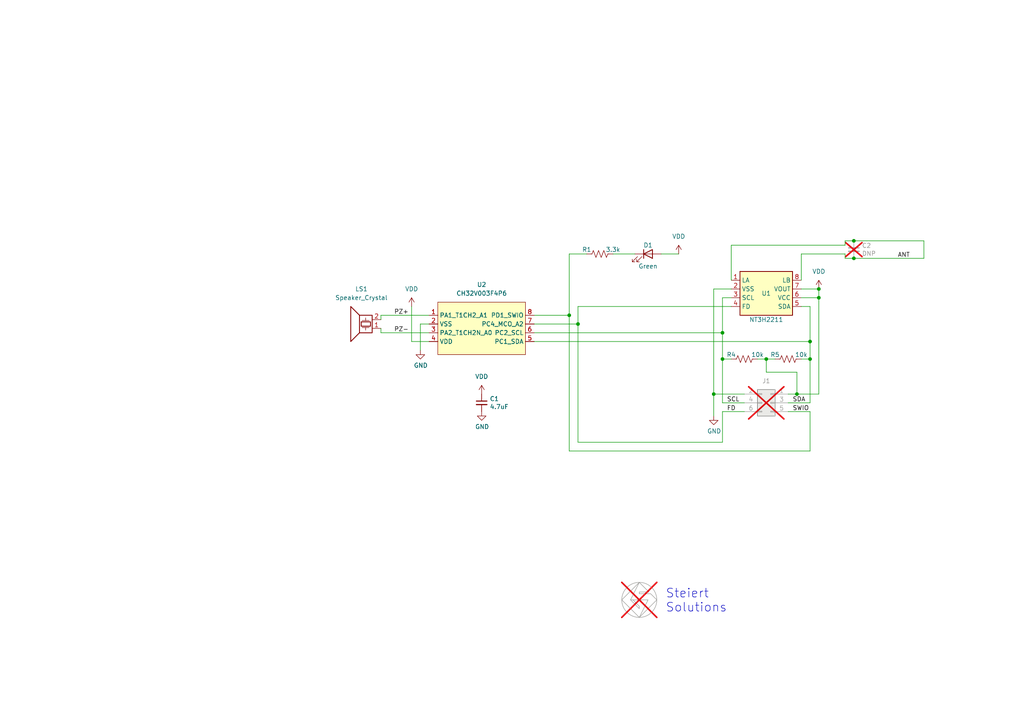
<source format=kicad_sch>
(kicad_sch (version 20231120) (generator "eeschema") (generator_version "8.0")
  (paper "A4")
  (lib_symbols
    (symbol "Connector_Generic:Conn_02x03_Odd_Even" (pin_names (offset 1.016) hide)
      (property "Reference" "J" (at 1.27 5.08 0))
      (property "Value" "Conn_02x03_Odd_Even" (at 1.27 -5.08 0))
      (symbol "Conn_02x03_Odd_Even_1_1"
        (rectangle (start -1.27 -2.413) (end 0 -2.667) (stroke (width 0.1524)))
        (rectangle (start -1.27 0.127) (end 0 -0.127) (stroke (width 0.1524)))
        (rectangle (start -1.27 2.667) (end 0 2.413) (stroke (width 0.1524)))
        (rectangle (start -1.27 3.81) (end 3.81 -3.81) (stroke (width 0.254)) (fill (type background)))
        (rectangle (start 3.81 -2.413) (end 2.54 -2.667) (stroke (width 0.1524)))
        (rectangle (start 3.81 0.127) (end 2.54 -0.127) (stroke (width 0.1524)))
        (rectangle (start 3.81 2.667) (end 2.54 2.413) (stroke (width 0.1524)))
        (pin passive line (at -5.08 2.54 0) (length 3.81) (name "Pin_1") (number "1"))
        (pin passive line (at 7.62 2.54 180) (length 3.81) (name "Pin_2") (number "2"))
        (pin passive line (at -5.08 0 0) (length 3.81) (name "Pin_3") (number "3"))
        (pin passive line (at 7.62 0 180) (length 3.81) (name "Pin_4") (number "4"))
        (pin passive line (at -5.08 -2.54 0) (length 3.81) (name "Pin_5") (number "5"))
        (pin passive line (at 7.62 -2.54 180) (length 3.81) (name "Pin_6") (number "6"))
      )
    )
    (symbol "Device:C_Small" (pin_numbers hide) (pin_names (offset 0.254) hide)
      (property "Reference" "C" (at 0.254 1.778 0))
      (property "Value" "C_Small" (at 0.254 -2.032 0))
      (symbol "C_Small_0_1"
        (polyline (pts (xy -1.524 -0.508) (xy 1.524 -0.508)) (stroke (width 0.3302)))
        (polyline (pts (xy -1.524 0.508) (xy 1.524 0.508)) (stroke (width 0.3048)))
      )
      (symbol "C_Small_1_1"
        (pin passive line (at 0 2.54 270) (length 2.032) (name "~") (number "1"))
        (pin passive line (at 0 -2.54 90) (length 2.032) (name "~") (number "2"))
      )
    )
    (symbol "Device:LED" (pin_numbers hide) (pin_names (offset 1.016) hide)
      (property "Reference" "D" (at 0 2.54 0))
      (property "Value" "LED" (at 0 -2.54 0))
      (symbol "LED_0_1"
        (polyline (pts (xy -1.27 -1.27) (xy -1.27 1.27)) (stroke (width 0.254)))
        (polyline (pts (xy -1.27 0) (xy 1.27 0)))
        (polyline (pts (xy 1.27 -1.27) (xy 1.27 1.27) (xy -1.27 0) (xy 1.27 -1.27)) (stroke (width 0.254)))
        (polyline (pts (xy -3.048 -0.762) (xy -4.572 -2.286) (xy -3.81 -2.286) (xy -4.572 -2.286) (xy -4.572 -1.524)))
        (polyline (pts (xy -1.778 -0.762) (xy -3.302 -2.286) (xy -2.54 -2.286) (xy -3.302 -2.286) (xy -3.302 -1.524)))
      )
      (symbol "LED_1_1"
        (pin passive line (at -3.81 0 0) (length 2.54) (name "K") (number "1"))
        (pin passive line (at 3.81 0 180) (length 2.54) (name "A") (number "2"))
      )
    )
    (symbol "Device:R_US" (pin_numbers hide) (pin_names (offset 0))
      (property "Reference" "R" (at 2.54 0 90))
      (property "Value" "R_US" (at -2.54 0 90))
      (symbol "R_US_0_1"
        (polyline (pts (xy 0 -2.286) (xy 0 -2.54)))
        (polyline (pts (xy 0 2.286) (xy 0 2.54)))
        (polyline (pts (xy 0 -0.762) (xy 1.016 -1.143) (xy 0 -1.524) (xy -1.016 -1.905) (xy 0 -2.286)))
        (polyline (pts (xy 0 0.762) (xy 1.016 0.381) (xy 0 0) (xy -1.016 -0.381) (xy 0 -0.762)))
        (polyline (pts (xy 0 2.286) (xy 1.016 1.905) (xy 0 1.524) (xy -1.016 1.143) (xy 0 0.762)))
      )
      (symbol "R_US_1_1"
        (pin passive line (at 0 3.81 270) (length 1.27) (name "~") (number "1"))
        (pin passive line (at 0 -3.81 90) (length 1.27) (name "~") (number "2"))
      )
    )
    (symbol "Device:Speaker_Crystal" (pin_names (offset 0) hide)
      (property "Reference" "LS" (at 0.635 5.715 0))
      (property "Value" "Speaker_Crystal" (at 0.635 3.81 0))
      (symbol "Speaker_Crystal_0_0"
        (rectangle (start -2.54 1.27) (end 1.143 -3.81) (stroke (width 0.254)))
        (rectangle (start -2.032 -0.635) (end 0.635 -1.905) (stroke (width 0.254)))
        (polyline (pts (xy -1.651 -2.286) (xy 0.381 -2.286)))
        (polyline (pts (xy -1.651 -0.254) (xy 0.381 -0.254)))
        (polyline (pts (xy -0.635 -2.286) (xy -0.635 -3.048)))
        (polyline (pts (xy -0.635 -0.254) (xy -0.635 0.508)))
        (polyline (pts (xy 1.143 1.27) (xy 3.683 3.81) (xy 3.683 -6.35) (xy 1.143 -3.81)) (stroke (width 0.254)))
      )
      (symbol "Speaker_Crystal_1_1"
        (pin input line (at -5.08 0 0) (length 2.54) (name "1") (number "1"))
        (pin input line (at -5.08 -2.54 0) (length 2.54) (name "2") (number "2"))
      )
    )
    (symbol "custom:CH32V003J4M6"
      (property "Reference" "U2" (at 0 5.08 0))
      (property "Value" "CH32V003J4M6" (at 0 2.54 0))
      (symbol "CH32V003J4M6_0_1"
        (rectangle (start -12.7 3.81) (end 12.7 -11.43) (stroke (width 0.1524)) (fill (type background)))
      )
      (symbol "CH32V003J4M6_1_0"
        (pin bidirectional line (at 15.24 0 180) (length 2.54) (name "PD1_SWIO") (number "8"))
      )
      (symbol "CH32V003J4M6_1_1"
        (pin bidirectional line (at -15.24 0 0) (length 2.54) (name "PA1_T1CH2_A1") (number "1"))
        (pin power_in line (at -15.24 -2.54 0) (length 2.54) (name "VSS") (number "2"))
        (pin bidirectional line (at -15.24 -5.08 0) (length 2.54) (name "PA2_T1CH2N_A0") (number "3"))
        (pin power_in line (at -15.24 -7.62 0) (length 2.54) (name "VDD") (number "4"))
        (pin bidirectional line (at 15.24 -7.62 180) (length 2.54) (name "PC1_SDA") (number "5"))
        (pin bidirectional line (at 15.24 -5.08 180) (length 2.54) (name "PC2_SCL") (number "6"))
        (pin bidirectional line (at 15.24 -2.54 180) (length 2.54) (name "PC4_MCO_A2") (number "7"))
      )
    )
    (symbol "custom:NTAG_I2C_PLUS_XQFN8"
      (property "Reference" "U1" (at 0 -1.27 0))
      (property "Value" "NT3H2211" (at 0 -8.89 0))
      (symbol "NTAG_I2C_PLUS_XQFN8_1_1"
        (rectangle (start -7.62 5.08) (end 7.62 -7.62) (stroke (width 0.254)) (fill (type background)))
        (pin input line (at -10.16 2.54 0) (length 2.54) (name "LA") (number "1"))
        (pin input line (at -10.16 0 0) (length 2.54) (name "VSS") (number "2"))
        (pin input line (at -10.16 -2.54 0) (length 2.54) (name "SCL") (number "3"))
        (pin power_in line (at -10.16 -5.08 0) (length 2.54) (name "FD") (number "4"))
        (pin bidirectional line (at 10.16 -5.08 180) (length 2.54) (name "SDA") (number "5"))
        (pin input line (at 10.16 -2.54 180) (length 2.54) (name "VCC") (number "6"))
        (pin input line (at 10.16 0 180) (length 2.54) (name "VOUT") (number "7"))
        (pin power_in line (at 10.16 2.54 180) (length 2.54) (name "LB") (number "8"))
      )
    )
    (symbol "nfc-tst-rescue:GS_logo-custom" (pin_numbers hide) (pin_names (offset 0) hide)
      (symbol "GS_logo-custom_0_1"
        (polyline (pts (xy 0 -5.08) (xy 5.08 0)))
        (polyline (pts (xy -2.54 0) (xy 0 -2.54) (xy 0 -1.8288) (xy -1.8288 0)))
        (polyline (pts (xy 0 5.08) (xy -5.08 0) (xy 0 -5.08) (xy 2.54 0) (xy -2.54 0) (xy 0 5.08)))
        (polyline (pts (xy 5.08 0) (xy 3.302 1.778) (xy 0 1.778) (xy 0 2.286) (xy 2.794 2.286) (xy 0 5.08)))
        (circle (center 0 0) (radius 5.08))
      )
      (symbol "GS_logo-custom_1_1"
        (pin unspecified line (at 0 0 90) (length 0) hide (name "GS") (number "1"))
      )
    )
    (symbol "power:GND" (power) (pin_names (offset 0))
      (property "Value" "GND" (at 0 -3.81 0))
      (symbol "GND_0_1"
        (polyline (pts (xy 0 0) (xy 0 -1.27) (xy 1.27 -1.27) (xy 0 -2.54) (xy -1.27 -1.27) (xy 0 -1.27)))
      )
      (symbol "GND_1_1"
        (pin power_in line (at 0 0 270) (length 0) hide (name "GND") (number "1"))
      )
    )
    (symbol "power:VDD" (power) (pin_names (offset 0))
      (property "Value" "VDD" (at 0 3.81 0))
      (symbol "VDD_0_1"
        (polyline (pts (xy -0.762 1.27) (xy 0 2.54)))
        (polyline (pts (xy 0 0) (xy 0 2.54)))
        (polyline (pts (xy 0 2.54) (xy 0.762 1.27)))
      )
      (symbol "VDD_1_1"
        (pin power_in line (at 0 0 90) (length 0) hide (name "VDD") (number "1"))
      )
    )
  )
  (junction (at 209.55 104.14))
  (junction (at 247.65 74.93))
  (junction (at 234.95 104.14))
  (junction (at 207.01 114.3))
  (junction (at 247.65 69.85))
  (junction (at 209.55 96.52))
  (junction (at 231.14 114.3))
  (junction (at 165.1 91.44))
  (junction (at 237.49 83.82))
  (junction (at 222.25 104.14))
  (junction (at 237.49 86.36))
  (junction (at 167.64 93.98))
  (junction (at 234.95 99.06))
  (wire (pts (xy 237.49 86.36) (xy 237.49 83.82)))
  (wire (pts (xy 231.14 107.95) (xy 231.14 114.3)))
  (wire (pts (xy 209.55 96.52) (xy 209.55 86.36)))
  (wire (pts (xy 207.01 114.3) (xy 207.01 83.82)))
  (wire (pts (xy 167.64 93.98) (xy 167.64 88.9)))
  (wire (pts (xy 234.95 88.9) (xy 234.95 99.06)))
  (wire (pts (xy 232.41 104.14) (xy 234.95 104.14)))
  (wire (pts (xy 165.1 91.44) (xy 165.1 73.66)))
  (wire (pts (xy 110.49 96.52) (xy 124.46 96.52)))
  (wire (pts (xy 231.14 114.3) (xy 228.6 114.3)))
  (wire (pts (xy 121.92 101.6) (xy 121.92 93.98)))
  (wire (pts (xy 209.55 104.14) (xy 212.09 104.14)))
  (wire (pts (xy 219.71 104.14) (xy 222.25 104.14)))
  (wire (pts (xy 207.01 83.82) (xy 212.09 83.82)))
  (wire (pts (xy 245.11 74.93) (xy 245.11 73.66)))
  (wire (pts (xy 207.01 120.65) (xy 207.01 114.3)))
  (wire (pts (xy 209.55 119.38) (xy 209.55 128.27)))
  (wire (pts (xy 245.11 69.85) (xy 247.65 69.85)))
  (wire (pts (xy 232.41 73.66) (xy 232.41 81.28)))
  (wire (pts (xy 212.09 86.36) (xy 209.55 86.36)))
  (wire (pts (xy 177.8 73.66) (xy 184.15 73.66)))
  (wire (pts (xy 222.25 107.95) (xy 231.14 107.95)))
  (wire (pts (xy 110.49 95.25) (xy 110.49 96.52)))
  (wire (pts (xy 124.46 99.06) (xy 119.38 99.06)))
  (wire (pts (xy 110.49 91.44) (xy 124.46 91.44)))
  (wire (pts (xy 245.11 71.12) (xy 245.11 69.85)))
  (wire (pts (xy 228.6 116.84) (xy 234.95 116.84)))
  (wire (pts (xy 167.64 93.98) (xy 167.64 128.27)))
  (wire (pts (xy 121.92 93.98) (xy 124.46 93.98)))
  (wire (pts (xy 209.55 96.52) (xy 209.55 104.14)))
  (wire (pts (xy 232.41 73.66) (xy 245.11 73.66)))
  (wire (pts (xy 191.77 73.66) (xy 196.85 73.66)))
  (wire (pts (xy 234.95 104.14) (xy 234.95 99.06)))
  (wire (pts (xy 212.09 71.12) (xy 245.11 71.12)))
  (wire (pts (xy 165.1 130.81) (xy 234.95 130.81)))
  (wire (pts (xy 212.09 71.12) (xy 212.09 81.28)))
  (wire (pts (xy 207.01 114.3) (xy 215.9 114.3)))
  (wire (pts (xy 222.25 104.14) (xy 222.25 107.95)))
  (wire (pts (xy 209.55 116.84) (xy 209.55 104.14)))
  (wire (pts (xy 237.49 114.3) (xy 231.14 114.3)))
  (wire (pts (xy 237.49 86.36) (xy 237.49 114.3)))
  (wire (pts (xy 165.1 91.44) (xy 165.1 130.81)))
  (wire (pts (xy 232.41 86.36) (xy 237.49 86.36)))
  (wire (pts (xy 167.64 88.9) (xy 212.09 88.9)))
  (wire (pts (xy 215.9 119.38) (xy 209.55 119.38)))
  (wire (pts (xy 154.94 96.52) (xy 209.55 96.52)))
  (wire (pts (xy 119.38 99.06) (xy 119.38 88.9)))
  (wire (pts (xy 154.94 99.06) (xy 234.95 99.06)))
  (wire (pts (xy 154.94 93.98) (xy 167.64 93.98)))
  (wire (pts (xy 247.65 74.93) (xy 245.11 74.93)))
  (wire (pts (xy 234.95 88.9) (xy 232.41 88.9)))
  (wire (pts (xy 247.65 69.85) (xy 267.97 69.85)))
  (wire (pts (xy 234.95 119.38) (xy 228.6 119.38)))
  (wire (pts (xy 267.97 69.85) (xy 267.97 74.93)))
  (wire (pts (xy 267.97 74.93) (xy 247.65 74.93)))
  (wire (pts (xy 222.25 104.14) (xy 224.79 104.14)))
  (wire (pts (xy 165.1 73.66) (xy 170.18 73.66)))
  (wire (pts (xy 232.41 83.82) (xy 237.49 83.82)))
  (wire (pts (xy 215.9 116.84) (xy 209.55 116.84)))
  (wire (pts (xy 234.95 119.38) (xy 234.95 130.81)))
  (wire (pts (xy 110.49 91.44) (xy 110.49 92.71)))
  (wire (pts (xy 154.94 91.44) (xy 165.1 91.44)))
  (wire (pts (xy 234.95 116.84) (xy 234.95 104.14)))
  (wire (pts (xy 209.55 128.27) (xy 167.64 128.27)))
  (text "Steiert\nSolutions" (at 193.04 177.8 0) (effects (font (size 2.54 2.54)) (justify left bottom)))
  (label "FD" (at 210.82 119.38 0))
  (label "PZ-" (at 114.3 96.52 0))
  (label "ANT" (at 260.35 74.93 0))
  (label "SWIO" (at 229.87 119.38 0))
  (label "SCL" (at 210.82 116.84 0))
  (label "PZ+" (at 114.3 91.44 0))
  (label "SDA" (at 229.87 116.84 0))
  (symbol (lib_id "Device:C_Small") (at 139.7 116.84 0) (unit 1)
    (property "Reference" "C1" (at 142.0368 115.6716 0) (effects (justify left)))
    (property "Value" "4.7uF" (at 142.0368 117.983 0) (effects (justify left)))
    (property "Footprint" "Capacitor_SMD:C_0603_1608Metric_Pad1.08x0.95mm_HandSolder" (effects (hide yes)))
    (property "LCSC" " C1705" (effects (hide yes)))
    (property "MPN" "CL10A475KP8NNNC" (effects (hide yes)))
  )
  (symbol (lib_id "power:GND") (at 139.7 119.38 0) (unit 1)
    (property "Reference" "#PWR04" (effects (hide yes)))
    (property "Value" "GND" (at 139.827 123.7742 0))
  )
  (symbol (lib_id "Device:C_Small") (at 247.65 72.39 0) (unit 1) (dnp yes)
    (property "Reference" "C2" (at 249.9868 71.2216 0) (effects (justify left)))
    (property "Value" "DNP" (at 249.9868 73.533 0) (effects (justify left)))
    (property "Footprint" "Capacitor_SMD:C_0603_1608Metric" (effects (hide yes)))
  )
  (symbol (lib_id "nfc-tst-rescue:GS_logo-custom") (at 185.42 173.99 0) (unit 1) (dnp yes)
    (property "Reference" "GS1" (effects (hide yes)))
    (property "Value" "GS_logo" (effects (hide yes)))
    (property "Footprint" "footprint:gs_logo_200mil" (effects (hide yes)))
  )
  (symbol (lib_id "Device:LED") (at 187.96 73.66 0) (unit 1)
    (property "Reference" "D1" (at 187.96 71.12 0))
    (property "Value" "Green" (at 187.96 77.216 0))
    (property "Footprint" "custom:LED_Right_Angle_3x2x1mm" (effects (hide yes)))
    (property "Description" "Light emitting diode" (effects (hide yes)))
    (property "LCSC" "C7202185" (effects (hide yes)))
    (property "MPN" "HSMG-C110" (effects (hide yes)))
  )
  (symbol (lib_id "Device:Speaker_Crystal") (at 105.41 95.25 180) (unit 1)
    (property "Reference" "LS1" (at 104.8385 83.82 0))
    (property "Value" "Speaker_Crystal" (at 104.8385 86.36 0))
    (property "Footprint" "custom:Buzzer_Murata_PKLCS1212E_handy" (effects (hide yes)))
    (property "MPN" "PKLCS1212E20A0-R1" (effects (hide yes)))
    (property "LCSC" "C3811858" (effects (hide yes)))
  )
  (symbol (lib_id "power:VDD") (at 119.38 88.9 0) (unit 1)
    (property "Reference" "#PWR07" (effects (hide yes)))
    (property "Value" "VDD" (at 119.38 83.82 0))
  )
  (symbol (lib_id "power:GND") (at 121.92 101.6 0) (unit 1)
    (property "Reference" "#PWR03" (effects (hide yes)))
    (property "Value" "GND" (at 122.047 105.9942 0))
  )
  (symbol (lib_id "power:VDD") (at 139.7 114.3 0) (unit 1)
    (property "Reference" "#PWR08" (effects (hide yes)))
    (property "Value" "VDD" (at 139.7 109.22 0))
  )
  (symbol (lib_id "Device:R_US") (at 228.6 104.14 270) (unit 1)
    (property "Reference" "R5" (at 224.79 102.87 90))
    (property "Value" "10k" (at 232.41 102.87 90))
    (property "Footprint" "Resistor_SMD:R_0603_1608Metric_Pad0.98x0.95mm_HandSolder" (effects (hide yes)))
    (property "LCSC" "C98220" (effects (hide yes)))
    (property "MPN" "RC0603FR-0710KL" (effects (hide yes)))
  )
  (symbol (lib_id "power:GND") (at 207.01 120.65 0) (unit 1)
    (property "Reference" "#PWR01" (effects (hide yes)))
    (property "Value" "GND" (at 207.137 125.0442 0))
  )
  (symbol (lib_id "custom:CH32V003J4M6") (at 139.7 91.44 0) (unit 1)
    (property "Reference" "U2" (at 139.7 82.55 0))
    (property "Value" "CH32V003F4P6" (at 139.7 85.09 0))
    (property "Footprint" "Package_SO:SOP-8_3.9x4.9mm_P1.27mm" (effects (hide yes)))
    (property "Datasheet" "https://datasheet.lcsc.com/lcsc/2302231730_WCH-Jiangsu-Qin-Heng-CH32V003F4U6_C5299908.pdf" (effects (hide yes)))
    (property "LCSC" "C5346354" (effects (hide yes)))
    (property "MPN" "CH32V003J4M6" (effects (hide yes)))
  )
  (symbol (lib_id "Device:R_US") (at 173.99 73.66 270) (unit 1)
    (property "Reference" "R1" (at 170.18 72.39 90))
    (property "Value" "3.3k" (at 177.8 72.39 90))
    (property "Footprint" "Resistor_SMD:R_0603_1608Metric_Pad0.98x0.95mm_HandSolder" (effects (hide yes)))
    (property "LCSC" "C108078" (effects (hide yes)))
    (property "MPN" "RC0603FR-073K3L" (effects (hide yes)))
  )
  (symbol (lib_id "power:VDD") (at 196.85 73.66 0) (unit 1)
    (property "Reference" "#PWR011" (effects (hide yes)))
    (property "Value" "VDD" (at 196.85 68.58 0))
  )
  (symbol (lib_id "Device:R_US") (at 215.9 104.14 270) (unit 1)
    (property "Reference" "R4" (at 212.09 102.87 90))
    (property "Value" "10k" (at 219.71 102.87 90))
    (property "Footprint" "Resistor_SMD:R_0603_1608Metric_Pad0.98x0.95mm_HandSolder" (effects (hide yes)))
    (property "LCSC" "C98220" (effects (hide yes)))
    (property "MPN" "RC0603FR-0710KL" (effects (hide yes)))
  )
  (symbol (lib_id "power:VDD") (at 237.49 83.82 0) (unit 1)
    (property "Reference" "#PWR02" (effects (hide yes)))
    (property "Value" "VDD" (at 237.49 78.74 0))
  )
  (symbol (lib_id "custom:NTAG_I2C_PLUS_XQFN8") (at 222.25 83.82 0) (unit 1)
    (property "Reference" "U1" (at 222.25 85.09 0))
    (property "Value" "NT3H2211" (at 222.25 92.71 0))
    (property "Footprint" "Package_SO:SO-8_3.9x4.9mm_P1.27mm" (effects (hide yes)))
    (property "Datasheet" "https://www.nxp.com/docs/en/data-sheet/NT3H2111_2211.pdf" (effects (hide yes)))
    (property "LCSC" "C2905792" (effects (hide yes)))
    (property "MPN" "NT3H2211W0FT1X" (effects (hide yes)))
  )
  (symbol (lib_id "Connector_Generic:Conn_02x03_Odd_Even") (at 223.52 116.84 0) (mirror y) (unit 1) (dnp yes)
    (property "Reference" "J1" (at 222.25 110.49 0))
    (property "Value" "Conn_02x03_Odd_Even" (effects (hide yes)))
    (property "Footprint" "custom:PinHeader_2x03_P2.54mm_Staggered" (effects (hide yes)))
  )
)
</source>
